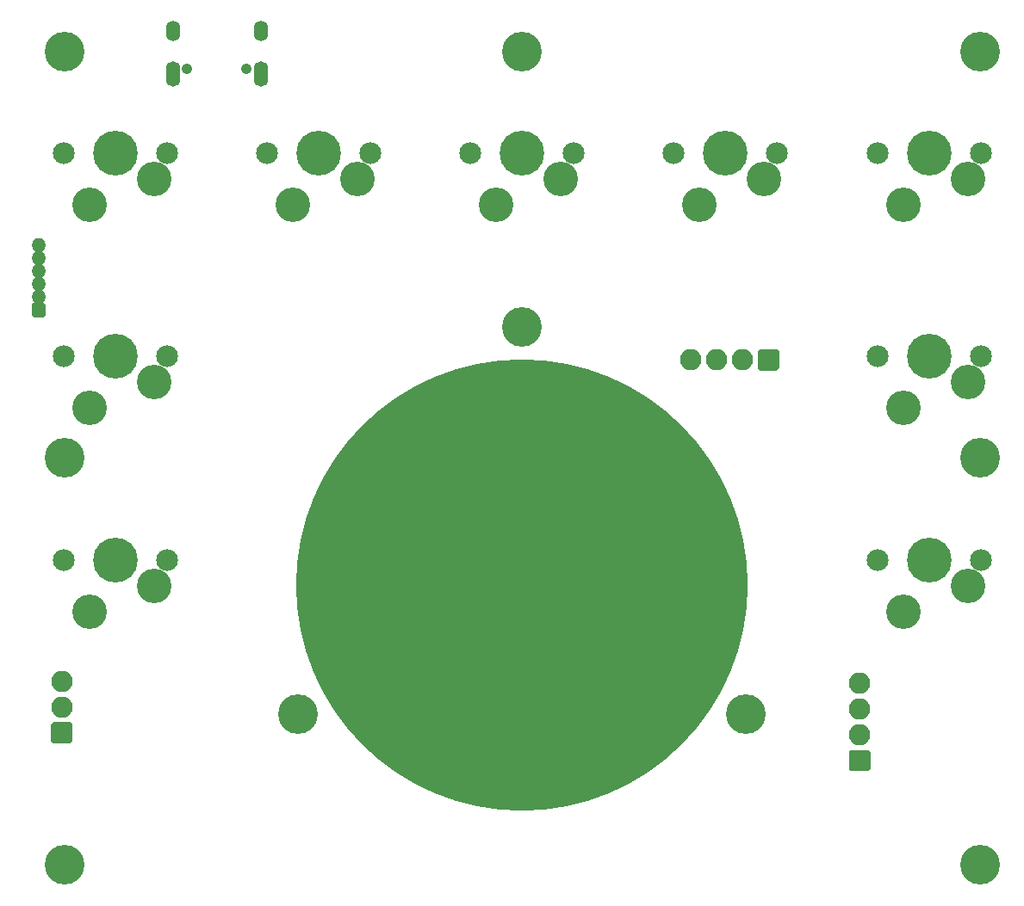
<source format=gbr>
G04 #@! TF.GenerationSoftware,KiCad,Pcbnew,(5.1.10)-1*
G04 #@! TF.CreationDate,2021-08-27T00:07:47-06:00*
G04 #@! TF.ProjectId,EncoderPad_RP2040,456e636f-6465-4725-9061-645f52503230,rev?*
G04 #@! TF.SameCoordinates,Original*
G04 #@! TF.FileFunction,Soldermask,Top*
G04 #@! TF.FilePolarity,Negative*
%FSLAX46Y46*%
G04 Gerber Fmt 4.6, Leading zero omitted, Abs format (unit mm)*
G04 Created by KiCad (PCBNEW (5.1.10)-1) date 2021-08-27 00:07:47*
%MOMM*%
%LPD*%
G01*
G04 APERTURE LIST*
%ADD10O,2.100000X2.100000*%
%ADD11O,1.400000X1.400000*%
%ADD12C,3.400000*%
%ADD13C,2.150000*%
%ADD14C,4.400000*%
%ADD15O,1.400000X2.500000*%
%ADD16C,1.050000*%
%ADD17O,1.400000X2.000000*%
%ADD18C,44.400000*%
%ADD19C,3.900000*%
G04 APERTURE END LIST*
D10*
X133197600Y-127152400D03*
X133197600Y-129692400D03*
X133197600Y-132232400D03*
G36*
G01*
X132147600Y-135622400D02*
X132147600Y-133922400D01*
G75*
G02*
X132347600Y-133722400I200000J0D01*
G01*
X134047600Y-133722400D01*
G75*
G02*
X134247600Y-133922400I0J-200000D01*
G01*
X134247600Y-135622400D01*
G75*
G02*
X134047600Y-135822400I-200000J0D01*
G01*
X132347600Y-135822400D01*
G75*
G02*
X132147600Y-135622400I0J200000D01*
G01*
G37*
D11*
X52476400Y-84074000D03*
X52476400Y-85344000D03*
X52476400Y-86614000D03*
X52476400Y-87884000D03*
X52476400Y-89154000D03*
G36*
G01*
X51776400Y-90924000D02*
X51776400Y-89924000D01*
G75*
G02*
X51976400Y-89724000I200000J0D01*
G01*
X52976400Y-89724000D01*
G75*
G02*
X53176400Y-89924000I0J-200000D01*
G01*
X53176400Y-90924000D01*
G75*
G02*
X52976400Y-91124000I-200000J0D01*
G01*
X51976400Y-91124000D01*
G75*
G02*
X51776400Y-90924000I0J200000D01*
G01*
G37*
D10*
X54762400Y-126949200D03*
X54762400Y-129489200D03*
G36*
G01*
X53712400Y-132879200D02*
X53712400Y-131179200D01*
G75*
G02*
X53912400Y-130979200I200000J0D01*
G01*
X55612400Y-130979200D01*
G75*
G02*
X55812400Y-131179200I0J-200000D01*
G01*
X55812400Y-132879200D01*
G75*
G02*
X55612400Y-133079200I-200000J0D01*
G01*
X53912400Y-133079200D01*
G75*
G02*
X53712400Y-132879200I0J200000D01*
G01*
G37*
D12*
X137460000Y-120080000D03*
X143810000Y-117540000D03*
D13*
X134920000Y-115000000D03*
X145080000Y-115000000D03*
D14*
X140000000Y-115000000D03*
D12*
X137460000Y-100080000D03*
X143810000Y-97540000D03*
D13*
X134920000Y-95000000D03*
X145080000Y-95000000D03*
D14*
X140000000Y-95000000D03*
D12*
X137460000Y-80080000D03*
X143810000Y-77540000D03*
D13*
X134920000Y-75000000D03*
X145080000Y-75000000D03*
D14*
X140000000Y-75000000D03*
D12*
X117460000Y-80080000D03*
X123810000Y-77540000D03*
D13*
X114920000Y-75000000D03*
X125080000Y-75000000D03*
D14*
X120000000Y-75000000D03*
D12*
X97460000Y-80080000D03*
X103810000Y-77540000D03*
D13*
X94920000Y-75000000D03*
X105080000Y-75000000D03*
D14*
X100000000Y-75000000D03*
D12*
X77470000Y-80080000D03*
X83820000Y-77540000D03*
D13*
X74930000Y-75000000D03*
X85090000Y-75000000D03*
D14*
X80010000Y-75000000D03*
D12*
X57460000Y-80080000D03*
X63810000Y-77540000D03*
D13*
X54920000Y-75000000D03*
X65080000Y-75000000D03*
D14*
X60000000Y-75000000D03*
D12*
X57460000Y-100080000D03*
X63810000Y-97540000D03*
D13*
X54920000Y-95000000D03*
X65080000Y-95000000D03*
D14*
X60000000Y-95000000D03*
D12*
X57460000Y-120080000D03*
X63810000Y-117540000D03*
D13*
X54920000Y-115000000D03*
X65080000Y-115000000D03*
D14*
X60000000Y-115000000D03*
D10*
X116611400Y-95326200D03*
X119151400Y-95326200D03*
X121691400Y-95326200D03*
G36*
G01*
X125081400Y-96376200D02*
X123381400Y-96376200D01*
G75*
G02*
X123181400Y-96176200I0J200000D01*
G01*
X123181400Y-94476200D01*
G75*
G02*
X123381400Y-94276200I200000J0D01*
G01*
X125081400Y-94276200D01*
G75*
G02*
X125281400Y-94476200I0J-200000D01*
G01*
X125281400Y-96176200D01*
G75*
G02*
X125081400Y-96376200I-200000J0D01*
G01*
G37*
D15*
X74297000Y-67188800D03*
X65657000Y-67188800D03*
D16*
X67087000Y-66658800D03*
D17*
X65657000Y-63008800D03*
D16*
X72867000Y-66658800D03*
D17*
X74297000Y-63008800D03*
D18*
X100000000Y-117500000D03*
D19*
X100000000Y-92100000D03*
X121997000Y-130200000D03*
X78003000Y-130200000D03*
X55000000Y-105000000D03*
X145000000Y-65000000D03*
X145000000Y-145000000D03*
X55000000Y-145000000D03*
X145000000Y-105000000D03*
X55000000Y-65000000D03*
X100000000Y-65000000D03*
M02*

</source>
